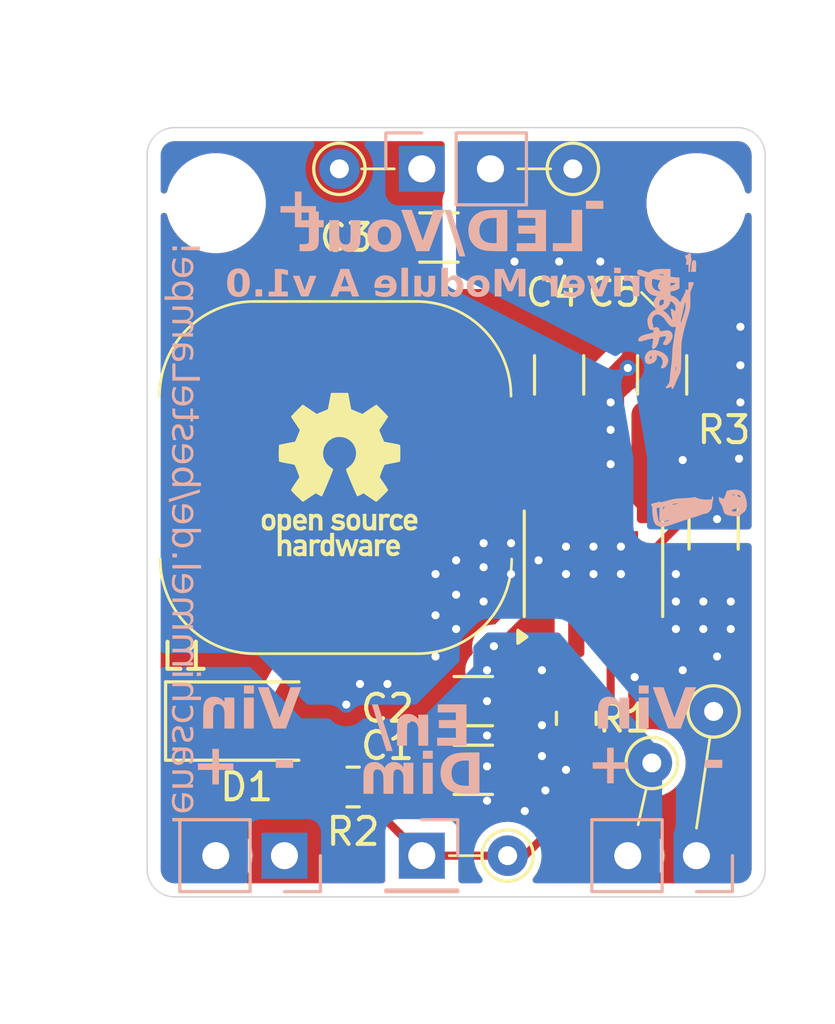
<source format=kicad_pcb>
(kicad_pcb (version 20240108) (generator "pcbnew") (generator_version "8.0")
  (title_block (title "besteLampe! Driver Module A") (date "2024-04-12") (rev "1.0") (comment 1 "See  https://lenaschimmel.de/besteLampe! for the source and more information") (comment 2 "This source describes Open Hardware and is licensed under the CERN-OHL-S v2.") (comment 3 "Copyright 2024 Lena Schimmel <mail@lenaschimmel.de>") (comment 4 "Design for JLCPCB 1-2 Layer Service"))
  (layers (0 "F.Cu" signal) (31 "B.Cu" signal) (34 "B.Paste" user) (35 "F.Paste" user) (36 "B.SilkS" user "B.Silkscreen") (37 "F.SilkS" user "F.Silkscreen") (38 "B.Mask" user) (39 "F.Mask" user) (44 "Edge.Cuts" user))
  (net 0 "")
  (net 1 "VCC")
  (net 2 "GND")
  (net 3 "/LED+")
  (net 4 "/LED-")
  (net 5 "/Dim")
  (net 6 "Net-(U1-VCC)")
  (net 7 "Net-(U1-TON)")
  (net 8 "Net-(U1-BOOT)")
  (net 9 "/SW")
  (footprint "MountingHole:MountingHole_3.2mm_M3" (layer "F.Cu") (at 109.22 39.37)
    (property "Reference" "H1" (hide yes))
    (property "Value" "MountingHole")
    (pad "" np_thru_hole circle (at 0 0) (size 3.2 3.2) (drill 3.2) (layers "*.Cu" "*.Mask"))
  )
  (footprint "Capacitor_SMD:C_1206_3216Metric" (layer "F.Cu") (at 125.73 45.72 90)
    (property "Reference" "C5" (at 3.048 -1.778 0) (layer "F.SilkS"))
    (property "Value" "C_Small")
    (pad "1" smd roundrect (at -1.475 0 90) (size 1.15 1.8) (layers "F.Cu" "F.Paste" "F.Mask") (roundrect_rratio 0.217391) (net 6 "Net-(U1-VCC)"))
    (pad "2" smd roundrect (at 1.475 0 90) (size 1.15 1.8) (layers "F.Cu" "F.Paste" "F.Mask") (roundrect_rratio 0.217391) (net 2 "GND"))
  )
  (footprint "Capacitor_SMD:C_1206_3216Metric" (layer "F.Cu") (at 118.745 57.785)
    (property "Reference" "C2" (at -3.175 0.269532 0) (layer "F.SilkS"))
    (property "Value" "C_Small")
    (pad "1" smd roundrect (at -1.475 0) (size 1.15 1.8) (layers "F.Cu" "F.Paste" "F.Mask") (roundrect_rratio 0.217391) (net 2 "GND"))
    (pad "2" smd roundrect (at 1.475 0) (size 1.15 1.8) (layers "F.Cu" "F.Paste" "F.Mask") (roundrect_rratio 0.217391) (net 1 "VCC"))
  )
  (footprint "Resistor_SMD:R_0805_2012Metric" (layer "F.Cu") (at 122.555 58.42 90)
    (property "Reference" "R1" (at 0 1.778 0) (layer "F.SilkS"))
    (property "Value" "68kR")
    (pad "1" smd roundrect (at -0.9125 0 90) (size 1.025 1.4) (layers "F.Cu" "F.Paste" "F.Mask") (roundrect_rratio 0.243902) (net 1 "VCC"))
    (pad "2" smd roundrect (at 0.9125 0 90) (size 1.025 1.4) (layers "F.Cu" "F.Paste" "F.Mask") (roundrect_rratio 0.243902) (net 7 "Net-(U1-TON)"))
  )
  (footprint "TestPoint:TestPoint_THTPad_D1.5mm_Drill0.7mm" (layer "F.Cu") (at 122.428 38.1)
    (property "Reference" "TP2" (hide yes))
    (property "Value" "TestPoint")
    (pad "1" thru_hole circle (at 0 0) (size 1.5 1.5) (drill 0.7) (layers "*.Cu" "*.Mask") (net 4 "/LED-"))
  )
  (footprint "Capacitor_SMD:C_1206_3216Metric" (layer "F.Cu") (at 117.475 40.64 180)
    (property "Reference" "C3" (at 3.429 0 180) (layer "F.SilkS"))
    (property "Value" "2.2uF")
    (pad "1" smd roundrect (at -1.475 0 180) (size 1.15 1.8) (layers "F.Cu" "F.Paste" "F.Mask") (roundrect_rratio 0.217391) (net 4 "/LED-"))
    (pad "2" smd roundrect (at 1.475 0 180) (size 1.15 1.8) (layers "F.Cu" "F.Paste" "F.Mask") (roundrect_rratio 0.217391) (net 3 "/LED+"))
  )
  (footprint "Resistor_SMD:R_1206_3216Metric" (layer "F.Cu") (at 127.635 51.435 -90)
    (property "Reference" "R3" (at -3.683 -0.381 180) (layer "F.SilkS"))
    (property "Value" "R_Small")
    (pad "1" smd roundrect (at -1.4625 0 270) (size 1.125 1.75) (layers "F.Cu" "F.Paste" "F.Mask") (roundrect_rratio 0.222222) (net 4 "/LED-"))
    (pad "2" smd roundrect (at 1.4625 0 270) (size 1.125 1.75) (layers "F.Cu" "F.Paste" "F.Mask") (roundrect_rratio 0.222222) (net 2 "GND"))
  )
  (footprint "Resistor_SMD:R_0805_2012Metric" (layer "F.Cu") (at 114.3 60.96 180)
    (property "Reference" "R2" (at 0 -1.65 180) (layer "F.SilkS"))
    (property "Value" "10kR")
    (pad "1" smd roundrect (at -0.9125 0 180) (size 1.025 1.4) (layers "F.Cu" "F.Paste" "F.Mask") (roundrect_rratio 0.243902) (net 5 "/Dim"))
    (pad "2" smd roundrect (at 0.9125 0 180) (size 1.025 1.4) (layers "F.Cu" "F.Paste" "F.Mask") (roundrect_rratio 0.243902) (net 2 "GND"))
  )
  (footprint "Capacitor_SMD:C_1206_3216Metric" (layer "F.Cu") (at 121.92 45.72 90)
    (property "Reference" "C4" (at 3.048 -0.254 0) (layer "F.SilkS"))
    (property "Value" "C_Small")
    (pad "1" smd roundrect (at -1.475 0 90) (size 1.15 1.8) (layers "F.Cu" "F.Paste" "F.Mask") (roundrect_rratio 0.217391) (net 8 "Net-(U1-BOOT)"))
    (pad "2" smd roundrect (at 1.475 0 90) (size 1.15 1.8) (layers "F.Cu" "F.Paste" "F.Mask") (roundrect_rratio 0.217391) (net 9 "/SW"))
  )
  (footprint "MountingHole:MountingHole_3.2mm_M3" (layer "F.Cu") (at 127 39.37)
    (property "Reference" "H2" (hide yes))
    (property "Value" "MountingHole")
    (pad "" np_thru_hole circle (at 0 0) (size 3.2 3.2) (drill 3.2) (layers "*.Cu" "*.Mask"))
  )
  (footprint "TestPoint:TestPoint_THTPad_D1.5mm_Drill0.7mm" (layer "F.Cu") (at 127.635 58.166)
    (property "Reference" "TP4" (hide yes))
    (property "Value" "TestPoint")
    (pad "1" thru_hole circle (at 0 0) (size 1.5 1.5) (drill 0.7) (layers "*.Cu" "*.Mask") (net 2 "GND"))
  )
  (footprint "Package_SO:SOIC-8-1EP_3.9x4.9mm_P1.27mm_EP2.41x3.3mm" (layer "F.Cu") (at 123.19 52.705 90)
    (property "Reference" "U1" (hide yes))
    (property "Value" "~")
    (pad "1" smd roundrect (at -2.475 -1.905 90) (size 1.95 0.6) (layers "F.Cu" "F.Paste" "F.Mask") (net 1 "VCC"))
    (pad "2" smd roundrect (at -2.475 -0.635 90) (size 1.95 0.6) (layers "F.Cu" "F.Paste" "F.Mask") (net 7 "Net-(U1-TON)"))
    (pad "3" smd roundrect (at -2.475 0.635 90) (size 1.95 0.6) (layers "F.Cu" "F.Paste" "F.Mask") (net 5 "/Dim"))
    (pad "4" smd roundrect (at -2.475 1.905 90) (size 1.95 0.6) (layers "F.Cu" "F.Paste" "F.Mask") (net 4 "/LED-"))
    (pad "5" smd roundrect (at 2.475 1.905 90) (size 1.95 0.6) (layers "F.Cu" "F.Paste" "F.Mask") (net 6 "Net-(U1-VCC)"))
    (pad "6" smd roundrect (at 2.475 0.635 90) (size 1.95 0.6) (layers "F.Cu" "F.Paste" "F.Mask") (net 2 "GND"))
    (pad "7" smd roundrect (at 2.475 -0.635 90) (size 1.95 0.6) (layers "F.Cu" "F.Paste" "F.Mask") (net 8 "Net-(U1-BOOT)"))
    (pad "8" smd roundrect (at 2.475 -1.905 90) (size 1.95 0.6) (layers "F.Cu" "F.Paste" "F.Mask") (net 9 "/SW"))
    (pad "9" smd rect (at 0 0 90) (size 2.41 3.3) (property pad_prop_heatsink) (layers "F.Cu" "F.Mask") (net 2 "GND"))
  )
  (footprint "Inductor_SMD:L_Sumida_CDRH127" (layer "F.Cu") (at 113.665 49.53 180)
    (property "Reference" "L1" (at 5.588 -6.604 180) (layer "F.SilkS"))
    (property "Value" "10uH")
    (pad "1" smd roundrect (at 0 -5 180) (size 5.4 2.9) (layers "F.Cu" "F.Paste" "F.Mask") (roundrect_rratio 0.1) (net 9 "/SW"))
    (pad "2" smd roundrect (at 0 5 180) (size 5.4 2.9) (layers "F.Cu" "F.Paste" "F.Mask") (roundrect_rratio 0.1) (net 3 "/LED+"))
  )
  (footprint "TestPoint:TestPoint_THTPad_D1.5mm_Drill0.7mm" (layer "F.Cu") (at 120.015 63.5)
    (property "Reference" "TP5" (hide yes))
    (property "Value" "TestPoint")
    (pad "1" thru_hole circle (at 0 0) (size 1.5 1.5) (drill 0.7) (layers "*.Cu" "*.Mask") (net 5 "/Dim"))
  )
  (footprint "TestPoint:TestPoint_THTPad_D1.5mm_Drill0.7mm" (layer "F.Cu") (at 113.792 38.1)
    (property "Reference" "TP1" (hide yes))
    (property "Value" "TestPoint")
    (pad "1" thru_hole circle (at 0 0) (size 1.5 1.5) (drill 0.7) (layers "*.Cu" "*.Mask") (net 3 "/LED+"))
  )
  (footprint "TestPoint:TestPoint_THTPad_D1.5mm_Drill0.7mm" (layer "F.Cu") (at 125.349 60.071)
    (property "Reference" "TP3" (hide yes))
    (property "Value" "TestPoint")
    (pad "1" thru_hole circle (at 0 0) (size 1.5 1.5) (drill 0.7) (layers "*.Cu" "*.Mask") (net 1 "VCC"))
  )
  (footprint "Capacitor_SMD:C_1206_3216Metric" (layer "F.Cu") (at 118.745 60.325)
    (property "Reference" "C1" (at -3.175 -0.889 0) (layer "F.SilkS"))
    (property "Value" "C_Small")
    (pad "1" smd roundrect (at -1.475 0) (size 1.15 1.8) (layers "F.Cu" "F.Paste" "F.Mask") (roundrect_rratio 0.217391) (net 2 "GND"))
    (pad "2" smd roundrect (at 1.475 0) (size 1.15 1.8) (layers "F.Cu" "F.Paste" "F.Mask") (roundrect_rratio 0.217391) (net 1 "VCC"))
  )
  (footprint "Diode_SMD:D_CMS04_M_FLAT" (layer "F.Cu") (at 110.363 58.547)
    (property "Reference" "D1" (at 0 2.413 0) (layer "F.SilkS"))
    (property "Value" "D_Schottky_Small_Filled")
    (pad "1" smd roundrect (at -2.1844 0) (size 1.4 2.1) (layers "F.Cu" "F.Paste" "F.Mask") (roundrect_rratio 0.222222) (net 9 "/SW"))
    (pad "2" smd roundrect (at 2.1844 0) (size 1.4 2.1) (layers "F.Cu" "F.Paste" "F.Mask") (roundrect_rratio 0.222222) (net 2 "GND"))
  )
  (footprint "Symbol:OSHW-Logo_5.7x6mm_SilkScreen" (layer "F.Cu") (at 113.792 49.403)
    (property "Reference" "REF**" (hide yes))
    (property "Value" "OSHW-Logo_5.7x6mm_SilkScreen" (hide yes))
  )
  (footprint "Connector_PinHeader_2.54mm:PinHeader_1x02_P2.54mm_Vertical" (layer "B.Cu") (at 111.76 63.5 90)
    (property "Reference" "J1" (hide yes))
    (property "Value" "Conn_01x02_Pin")
    (pad "1" thru_hole rect (at 0 0 90) (size 1.7 1.7) (drill 1) (layers "*.Cu" "*.Mask") (net 2 "GND"))
    (pad "2" thru_hole oval (at 0 -2.54 90) (size 1.7 1.7) (drill 1) (layers "*.Cu" "*.Mask") (net 1 "VCC"))
  )
  (footprint "LOGO" (layer "B.Cu") (at 126.746 46.482 -90)
    (property "Reference" "G***" (hide yes))
    (property "Value" "LOGO" (hide yes))
  )
  (footprint "Connector_PinHeader_2.54mm:PinHeader_1x02_P2.54mm_Vertical" (layer "B.Cu") (at 116.84 38.1 -90)
    (property "Reference" "J2" (hide yes))
    (property "Value" "Conn_01x02_Pin")
    (pad "1" thru_hole rect (at 0 0 270) (size 1.7 1.7) (drill 1) (layers "*.Cu" "*.Mask") (net 3 "/LED+"))
    (pad "2" thru_hole oval (at 0 -2.54 270) (size 1.7 1.7) (drill 1) (layers "*.Cu" "*.Mask") (net 4 "/LED-"))
  )
  (footprint "Connector_PinHeader_2.54mm:PinHeader_1x01_P2.54mm_Vertical" (layer "B.Cu") (at 116.84 63.5 180)
    (property "Reference" "J3" (hide yes))
    (property "Value" "Conn_01x01_Pin")
    (pad "1" thru_hole rect (at 0 0 180) (size 1.7 1.7) (drill 1) (layers "*.Cu" "*.Mask") (net 5 "/Dim"))
  )
  (footprint "Connector_PinHeader_2.54mm:PinHeader_1x02_P2.54mm_Vertical" (layer "B.Cu") (at 127 63.5 90)
    (property "Reference" "J4" (hide yes))
    (property "Value" "Conn_01x02_Pin")
    (pad "1" thru_hole rect (at 0 0 90) (size 1.7 1.7) (drill 1) (layers "*.Cu" "*.Mask") (net 2 "GND"))
    (pad "2" thru_hole oval (at 0 -2.54 90) (size 1.7 1.7) (drill 1) (layers "*.Cu" "*.Mask") (net 1 "VCC"))
  )
  (gr_line (start 124.968 42.672) (end 125.73 43.434) (stroke (width 0.1)) (layer "F.SilkS"))
  (gr_line (start 119.065 63.5) (end 117.856 63.5) (stroke (width 0.1)) (layer "F.SilkS"))
  (gr_line (start 121.605 38.1) (end 120.396 38.1) (stroke (width 0.1)) (layer "F.SilkS"))
  (gr_line (start 127.500735 59.119519) (end 127 62.484) (stroke (width 0.1)) (layer "F.SilkS"))
  (gr_line (start 125.141353 61.032785) (end 124.841 62.357) (stroke (width 0.1)) (layer "F.SilkS"))
  (gr_line (start 114.615 38.1) (end 115.824 38.1) (stroke (width 0.1)) (layer "F.SilkS"))
  (gr_arc (start 128.54 36.576001) (mid 129.248144 36.87917) (end 129.540125 37.592) (stroke (width 0.05)) (layer "Edge.Cuts"))
  (gr_line (start 129.540125 37.592) (end 129.54 64.008) (stroke (width 0.05)) (layer "Edge.Cuts"))
  (gr_line (start 106.68 64.008) (end 106.679875 37.592) (stroke (width 0.05)) (layer "Edge.Cuts"))
  (gr_line (start 128.524 65.024) (end 107.696 65.024) (stroke (width 0.05)) (layer "Edge.Cuts"))
  (gr_arc (start 107.696 65.024) (mid 106.978611 64.725857) (end 106.681595 64.008) (stroke (width 0.05)) (layer "Edge.Cuts"))
  (gr_arc (start 129.54 64.008) (mid 129.24242 64.72642) (end 128.524 65.024) (stroke (width 0.05)) (layer "Edge.Cuts"))
  (gr_arc (start 106.679875 37.592) (mid 106.971856 36.87917) (end 107.68 36.576001) (stroke (width 0.05)) (layer "Edge.Cuts"))
  (gr_line (start 107.68 36.576) (end 128.54 36.576) (stroke (width 0.05)) (layer "Edge.Cuts"))
  (gr_text "-" (at 127.635 60.96 0) (layer "B.SilkS") (effects (font (size 1.5 1.5) (thickness 0.2) (bold yes)) (justify bottom mirror)))
  (gr_text "Driver Module A v1.0" (at 117.87 42.99 0) (layer "B.SilkS") (effects (font (size 1 1) (thickness 0.2) (bold yes)) (justify bottom mirror)))
  (gr_text "Vin" (at 110.49 59.055 0) (layer "B.SilkS") (effects (font (size 1.5 1.5) (thickness 0.2) (bold yes)) (justify bottom mirror)))
  (gr_text "lenaschimmel.de/besteLampe!" (at 107.442 51.562 -90) (layer "B.SilkS") (effects (font (size 1 1)) (justify bottom mirror)))
  (gr_text "+" (at 112.268806 40.512725 0) (layer "B.SilkS") (effects (font (size 1.5 1.5) (thickness 0.2) (bold yes)) (justify bottom mirror)))
  (gr_text "Vin" (at 125.095 59.055 0) (layer "B.SilkS") (effects (font (size 1.5 1.5) (thickness 0.2) (bold yes)) (justify bottom mirror)))
  (gr_text "-" (at 111.76 60.96 0) (layer "B.SilkS") (effects (font (size 1.5 1.5) (thickness 0.2) (bold yes)) (justify bottom mirror)))
  (gr_text "En/" (at 116.84 59.69 0) (layer "B.SilkS") (effects (font (size 1.5 1.5) (thickness 0.2) (bold yes)) (justify bottom mirror)))
  (gr_text "LED/Vout" (at 117.602 41.402 0) (layer "B.SilkS") (effects (font (size 1.5 1.5) (thickness 0.2) (bold yes)) (justify bottom mirror)))
  (gr_text "+" (at 123.816779 61.080331 0) (layer "B.SilkS") (effects (font (size 1.5 1.5) (thickness 0.2) (bold yes)) (justify bottom mirror)))
  (gr_text "-" (at 123.234408 40.285459 0) (layer "B.SilkS") (effects (font (size 1.5 1.5) (thickness 0.2) (bold yes)) (justify bottom mirror)))
  (gr_text "Dim" (at 116.84 61.468 0) (layer "B.SilkS") (effects (font (size 1.5 1.5) (thickness 0.2) (bold yes)) (justify bottom mirror)))
  (gr_text "+" (at 109.214915 61.122944 0) (layer "B.SilkS") (effects (font (size 1.5 1.5) (thickness 0.2) (bold yes)) (justify bottom mirror)))
  (segment (start 124.46 60.96) (end 124.46 63.5) (width 1) (layer "F.Cu") (net 1))
  (segment (start 125.349 60.071) (end 124.46 60.96) (width 1) (layer "F.Cu") (net 1))
  (via (at 121.285 58.674) (size 0.6) (drill 0.3) (layers "F.Cu" "B.Cu") (net 1))
  (via (at 121.285 56.642) (size 0.6) (drill 0.3) (layers "F.Cu" "B.Cu") (net 1))
  (via (at 119.253 57.785) (size 0.6) (drill 0.3) (layers "F.Cu" "B.Cu") (net 1))
  (via (at 119.253 61.468) (size 0.6) (drill 0.3) (layers "F.Cu" "B.Cu") (net 1))
  (via (at 119.253 56.642) (size 0.6) (drill 0.3) (layers "F.Cu" "B.Cu") (net 1))
  (via (at 121.412 61.087) (size 0.6) (drill 0.3) (layers "F.Cu" "B.Cu") (net 1))
  (via (at 119.253 59.055) (size 0.6) (drill 0.3) (layers "F.Cu" "B.Cu") (net 1))
  (via (at 121.285 59.817) (size 0.6) (drill 0.3) (layers "F.Cu" "B.Cu") (net 1))
  (via (at 120.65 61.849) (size 0.6) (drill 0.3) (layers "F.Cu" "B.Cu") (net 1))
  (via (at 119.253 60.198) (size 0.6) (drill 0.3) (layers "F.Cu" "B.Cu") (net 1))
  (via (at 119.507 55.753) (size 0.6) (drill 0.3) (layers "F.Cu" "B.Cu") (net 1))
  (via (at 122.174 60.325) (size 0.6) (drill 0.3) (layers "F.Cu" "B.Cu") (net 1))
  (segment (start 119.126 54.119) (end 118.127 55.118) (width 1) (layer "F.Cu") (net 2))
  (segment (start 118.11 55.118) (end 118.11 55.135) (width 1) (layer "F.Cu") (net 2))
  (segment (start 122.809 52.705) (end 123.19 53.086) (width 1) (layer "F.Cu") (net 2))
  (segment (start 117.348 56.134) (end 117.27 56.212) (width 1) (layer "F.Cu") (net 2))
  (segment (start 120.54 52.705) (end 120.159 53.086) (width 1) (layer "F.Cu") (net 2))
  (segment (start 123.19 52.07) (end 122.809 52.705) (width 1) (layer "F.Cu") (net 2))
  (segment (start 119.126 54.102) (end 119.126 54.119) (width 1) (layer "F.Cu") (net 2))
  (segment (start 122.174 52.07) (end 121.539 52.705) (width 1) (layer "F.Cu") (net 2))
  (segment (start 119.143 54.102) (end 119.126 54.102) (width 1) (layer "F.Cu") (net 2))
  (segment (start 121.158 52.578) (end 121.031 52.705) (width 1) (layer "F.Cu") (net 2))
  (segment (start 124.46 45.466) (end 123.825 46.101) (width 1) (layer "F.Cu") (net 2))
  (segment (start 117.27 56.212) (end 117.27 60.325) (width 1) (layer "F.Cu") (net 2))
  (segment (start 120.142 53.086) (end 120.142 53.103) (width 1) (layer "F.Cu") (net 2))
  (segment (start 123.825 46.101) (end 123.825 52.07) (width 1) (layer "F.Cu") (net 2))
  (segment (start 125.73 44.245) (end 124.509 45.466) (width 1) (layer "F.Cu") (net 2))
  (segment (start 123.19 53.086) (end 122.174 53.086) (width 1) (layer "F.Cu") (net 2))
  (segment (start 118.127 55.118) (end 118.11 55.118) (width 1) (layer "F.Cu") (net 2))
  (segment (start 122.174 53.086) (end 122.174 52.07) (width 1) (layer "F.Cu") (net 2))
  (segment (start 120.142 53.103) (end 119.143 54.102) (width 1) (layer "F.Cu") (net 2))
  (segment (start 122.174 52.07) (end 122.174 52.07) (width 1) (layer "F.Cu") (net 2))
  (segment (start 123.19 52.705) (end 123.19 53.086) (width 1) (layer "F.Cu") (net 2))
  (segment (start 123.825 52.07) (end 123.19 52.705) (width 1) (layer "F.Cu") (net 2))
  (segment (start 117.27 56.056) (end 117.348 56.134) (width 1) (layer "F.Cu") (net 2))
  (segment (start 121.285 52.705) (end 121.158 52.578) (width 1) (layer "F.Cu") (net 2))
  (segment (start 120.159 53.086) (end 120.142 53.086) (width 1) (layer "F.Cu") (net 2))
  (segment (start 118.11 55.135) (end 117.27 55.975) (width 1) (layer "F.Cu") (net 2))
  (segment (start 123.19 53.086) (end 123.19 52.07) (width 1) (layer "F.Cu") (net 2))
  (segment (start 117.27 55.975) (end 117.27 56.056) (width 1) (layer "F.Cu") (net 2))
  (segment (start 121.539 52.705) (end 121.285 52.705) (width 1) (layer "F.Cu") (net 2))
  (segment (start 121.031 52.705) (end 120.54 52.705) (width 1) (layer "F.Cu") (net 2))
  (via (at 114.554 57.15) (size 0.6) (drill 0.3) (layers "F.Cu" "B.Cu") (net 2))
  (via (at 123.825 49.022) (size 0.6) (drill 0.3) (layers "F.Cu" "B.Cu") (net 2))
  (via (at 120.142 53.086) (size 0.6) (drill 0.3) (layers "F.Cu" "B.Cu") (net 2))
  (via (at 123.19 53.086) (size 0.6) (drill 0.3) (layers "F.Cu" "B.Cu") (net 2))
  (via (at 126.238 53.086) (size 0.6) (drill 0.3) (layers "F.Cu" "B.Cu") (net 2))
  (via (at 123.19 52.07) (size 0.6) (drill 0.3) (layers "F.Cu" "B.Cu") (net 2))
  (via (at 121.158 52.578) (size 0.6) (drill 0.3) (layers "F.Cu" "B.Cu") (net 2))
  (via (at 114.046 57.912) (size 0.6) (drill 0.3) (layers "F.Cu" "B.Cu") (net 2))
  (via (at 119.126 54.102) (size 0.6) (drill 0.3) (layers "F.Cu" "B.Cu") (net 2))
  (via (at 119.126 51.943) (size 0.6) (drill 0.3) (layers "F.Cu" "B.Cu") (net 2))
  (via (at 126.238 54.102) (size 0.6) (drill 0.3) (layers "F.Cu" "B.Cu") (net 2))
  (via (at 128.27 55.118) (size 0.6) (drill 0.3) (layers "F.Cu" "B.Cu") (net 2))
  (via (at 123.825 47.752) (size 0.6) (drill 0.3) (layers "F.Cu" "B.Cu") (net 2))
  (via (at 124.206 53.086) (size 0.6) (drill 0.3) (layers "F.Cu" "B.Cu") (net 2))
  (via (at 127.254 55.118) (size 0.6) (drill 0.3) (layers "F.Cu" "B.Cu") (net 2))
  (via (at 122.174 53.086) (size 0.6) (drill 0.3) (layers "F.Cu" "B.Cu") (net 2))
  (via (at 118.11 53.848) (size 0.6) (drill 0.3) (layers "F.Cu" "B.Cu") (net 2))
  (via (at 119.126 52.832) (size 0.6) (drill 0.3) (layers "F.Cu" "B.Cu") (net 2))
  (via (at 128.27 54.102) (size 0.6) (drill 0.3) (layers "F.Cu" "B.Cu") (net 2))
  (via (at 127.762 56.134) (size 0.6) (drill 0.3) (layers "F.Cu" "B.Cu") (net 2))
  (via (at 126.238 55.118) (size 0.6) (drill 0.3) (layers "F.Cu" "B.Cu") (net 2))
  (via (at 124.206 52.07) (size 0.6) (drill 0.3) (layers "F.Cu" "B.Cu") (net 2))
  (via (at 124.46 45.466) (size 0.6) (drill 0.3) (layers "F.Cu" "B.Cu") (net 2))
  (via (at 117.348 54.61) (size 0.6) (drill 0.3) (layers "F.Cu" "B.Cu") (net 2))
  (via (at 124.714 56.896) (size 0.6) (drill 0.3) (layers "F.Cu" "B.Cu") (net 2))
  (via (at 126.492 56.642) (size 0.6) (drill 0.3) (layers "F.Cu" "B.Cu") (net 2))
  (via (at 123.825 46.736) (size 0.6) (drill 0.3) (layers "F.Cu" "B.Cu") (net 2))
  (via (at 117.348 53.086) (size 0.6) (drill 0.3) (layers "F.Cu" "B.Cu") (net 2))
  (via (at 118.11 55.118) (size 0.6) (drill 0.3) (layers "F.Cu" "B.Cu") (net 2))
  (via (at 127.254 54.102) (size 0.6) (drill 0.3) (layers "F.Cu" "B.Cu") (net 2))
  (via (at 118.11 52.578) (size 0.6) (drill 0.3) (layers "F.Cu" "B.Cu") (net 2))
  (via (at 122.174 52.07) (size 0.6) (drill 0.3) (layers "F.Cu" "B.Cu") (net 2))
  (via (at 120.142 51.943) (size 0.6) (drill 0.3) (layers "F.Cu" "B.Cu") (net 2))
  (via (at 115.57 57.15) (size 0.6) (drill 0.3) (layers "F.Cu" "B.Cu") (net 2))
  (via (at 117.348 56.134) (size 0.6) (drill 0.3) (layers "F.Cu" "B.Cu") (net 2))
  (segment (start 113.665 38.1) (end 116.84 38.1) (width 1) (layer "F.Cu") (net 3))
  (segment (start 125.394999 54.880001) (end 125.095 55.18) (width 0.3) (layer "F.Cu") (net 4))
  (segment (start 127.762 51.054) (end 127.635 50.927) (width 0.3) (layer "F.Cu") (net 4))
  (segment (start 127.762 51.054) (end 126.5535 51.054) (width 0.3) (layer "F.Cu") (net 4))
  (segment (start 126.5535 51.054) (end 125.394999 52.212501) (width 0.3) (layer "F.Cu") (net 4))
  (segment (start 119.38 38.1) (end 122.555 38.1) (width 1) (layer "F.Cu") (net 4))
  (segment (start 125.394999 52.212501) (end 125.394999 54.880001) (width 0.3) (layer "F.Cu") (net 4))
  (segment (start 127.635 50.927) (end 127.635 49.9725) (width 0.3) (layer "F.Cu") (net 4))
  (via (at 128.5748 48.8188) (size 0.6) (drill 0.3) (layers "F.Cu" "B.Cu") (net 4))
  (via (at 128.6256 45.3644) (size 0.6) (drill 0.3) (layers "F.Cu" "B.Cu") (net 4))
  (via (at 128.6256 46.736) (size 0.6) (drill 0.3) (layers "F.Cu" "B.Cu") (net 4))
  (via (at 120.269 41.529) (size 0.6) (drill 0.3) (layers "F.Cu" "B.Cu") (net 4))
  (via (at 126.492 48.8696) (size 0.6) (drill 0.3) (layers "F.Cu" "B.Cu") (net 4))
  (via (at 123.444 41.529) (size 0.6) (drill 0.3) (layers "F.Cu" "B.Cu") (net 4))
  (via (at 121.92 41.529) (size 0.6) (drill 0.3) (layers "F.Cu" "B.Cu") (net 4))
  (via (at 127.762 51.054) (size 0.6) (drill 0.3) (layers "F.Cu" "B.Cu") (net 4))
  (via (at 128.6256 43.942) (size 0.6) (drill 0.3) (layers "F.Cu" "B.Cu") (net 4))
  (segment (start 115.2125 60.96) (end 115.2125 61.8725) (width 0.3) (layer "F.Cu") (net 5))
  (segment (start 123.825 60.325) (end 123.825 55.18) (width 0.3) (layer "F.Cu") (net 5))
  (segment (start 115.2125 61.8725) (end 116.84 63.5) (width 0.3) (layer "F.Cu") (net 5))
  (segment (start 120.65 63.5) (end 123.825 60.325) (width 0.3) (layer "F.Cu") (net 5))
  (segment (start 116.84 63.5) (end 120.015 63.5) (width 0.3) (layer "F.Cu") (net 5))
  (segment (start 120.015 63.5) (end 120.65 63.5) (width 0.3) (layer "F.Cu") (net 5))
  (segment (start 125.095 47.195) (end 125.095 50.23) (width 1) (layer "F.Cu") (net 6))
  (segment (start 122.555 55.18) (end 122.555 57.5075) (width 0.3) (layer "F.Cu") (net 7))
  (segment (start 122.555 47.83) (end 122.555 50.23) (width 1) (layer "F.Cu") (net 8))
  (segment (start 121.92 47.195) (end 122.555 47.83) (width 1) (layer "F.Cu") (net 8))
  (zone (net 3) (net_name "/LED+") (layer "F.Cu") (priority 3) (connect_pads yes (clearance 0.5)) (min_thickness 0.25) (fill yes (thermal_gap 0.25) (thermal_bridge_width 0.75))
    (polygon (pts (xy 118.11 36.195) (xy 118.11 47.625) (xy 105.41 47.625) (xy 105.41 36.195)))
  )
  (zone (net 1) (net_name "VCC") (layer "F.Cu") (priority 6) (connect_pads yes (clearance 0.5)) (min_thickness 0.25) (fill yes (thermal_gap 0.25) (thermal_bridge_width 0.75))
    (polygon (pts (xy 123.825 53.34) (xy 123.825 60.325) (xy 120.65 63.5) (xy 118.745 63.5) (xy 118.745 55.245) (xy 120.65 53.34)))
  )
  (zone (net 9) (net_name "/SW") (layer "F.Cu") (priority 5) (connect_pads yes (clearance 0.5)) (min_thickness 0.25) (fill yes (thermal_gap 0.25) (thermal_bridge_width 0.75))
    (polygon (pts (xy 123.825 42.545) (xy 118.11 42.545) (xy 116.84 47.625) (xy 105.41 47.625) (xy 105.41 60.325) (xy 109.22 60.325) (xy 111.506 56.261) (xy 121.92 56.261) (xy 121.92 46.99) (xy 123.825 46.99)))
  )
  (zone (net 2) (net_name "GND") (layer "F.Cu") (priority 10) (connect_pads yes (clearance 0.5)) (min_thickness 0.25) (fill yes (thermal_gap 0.5) (thermal_bridge_width 0.5))
    (polygon (pts (xy 123.444 51.562) (xy 118.364 51.562) (xy 116.586 53.34) (xy 116.586 57.785) (xy 118.745 57.785) (xy 118.745 55.753) (xy 120.523 53.975) (xy 123.444 53.975)))
  )
  (zone (net 2) (net_name "GND") (layer "F.Cu") (priority 2) (connect_pads yes (clearance 0.5)) (min_thickness 0.25) (fill yes (thermal_gap 0.5) (thermal_bridge_width 0.5))
    (polygon (pts (xy 105.41 35.56) (xy 130.81 35.56) (xy 130.81 66.04) (xy 105.41 66.04)))
  )
  (zone (net 4) (net_name "/LED-") (layer "F.Cu") (priority 4) (connect_pads yes (clearance 0.5)) (min_thickness 0.25) (fill yes (thermal_gap 0.25) (thermal_bridge_width 0.75))
    (polygon (pts (xy 130.175 36.195) (xy 118.11 36.195) (xy 118.11 42.545) (xy 125.095 42.545) (xy 125.095 51.435) (xy 130.175 51.435)))
  )
  (zone (net 1) (net_name "VCC") (layer "B.Cu") (priority 3) (connect_pads yes (clearance 0.5)) (min_thickness 0.25) (fill yes (thermal_gap 0.5) (thermal_bridge_width 0.5))
    (polygon (pts (xy 125.73 66.04) (xy 125.73 59.69) (xy 121.92 55.245) (xy 119.253 55.245) (xy 118.745 55.753) (xy 118.745 56.515) (xy 116.84 58.42) (xy 112.395 58.42) (xy 110.49 56.515) (xy 105.41 56.515) (xy 105.41 66.04)))
  )
  (zone (net 4) (net_name "/LED-") (layer "B.Cu") (priority 4) (connect_pads yes (clearance 0.3)) (min_thickness 0.25) (fill yes (thermal_gap 0.5) (thermal_bridge_width 0.5))
    (polygon (pts (xy 130.81 35.56) (xy 118.11 35.56) (xy 118.11 42.037) (xy 124.587 45.339) (xy 125.1712 48.768) (xy 125.1712 51.435) (xy 130.81 51.435)))
  )
  (zone (net 2) (net_name "GND") (layer "B.Cu") (priority 2) (connect_pads yes (clearance 0.5)) (min_thickness 0.25) (fill yes (thermal_gap 0.5) (thermal_bridge_width 0.5))
    (polygon (pts (xy 105.41 35.56) (xy 130.81 35.56) (xy 130.81 66.04) (xy 125.73 66.04) (xy 125.73 62.23) (xy 125.095 61.595) (xy 125.095 59.055) (xy 105.41 59.055)))
  )
)
</source>
